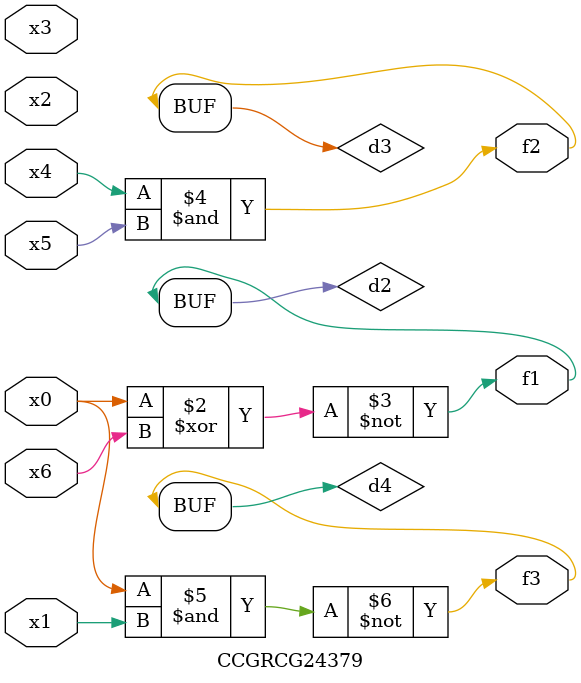
<source format=v>
module CCGRCG24379(
	input x0, x1, x2, x3, x4, x5, x6,
	output f1, f2, f3
);

	wire d1, d2, d3, d4;

	nor (d1, x0);
	xnor (d2, x0, x6);
	and (d3, x4, x5);
	nand (d4, x0, x1);
	assign f1 = d2;
	assign f2 = d3;
	assign f3 = d4;
endmodule

</source>
